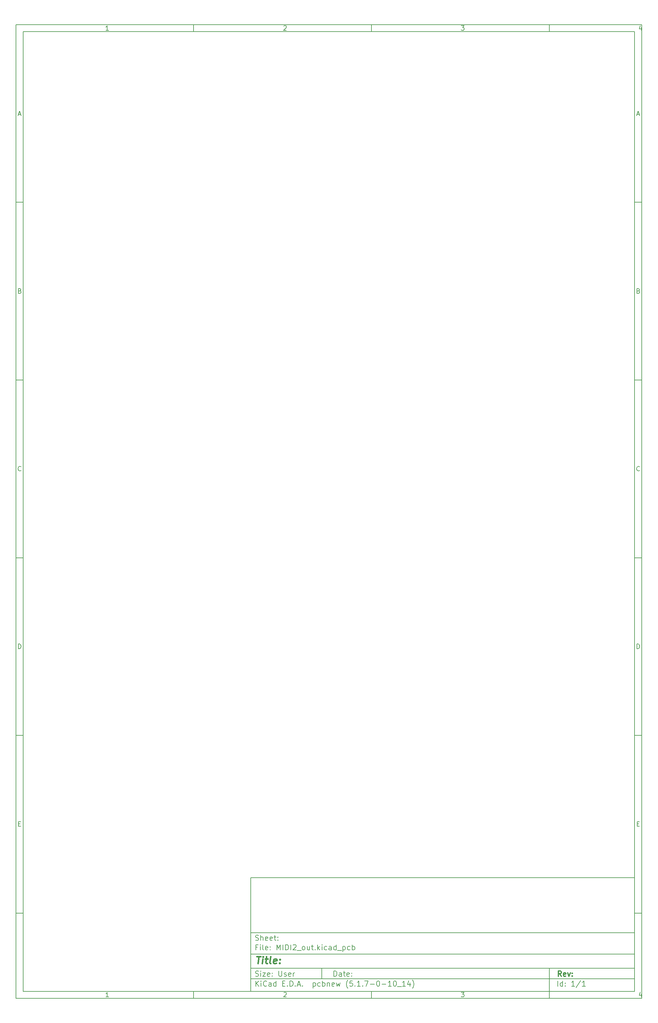
<source format=gbr>
%TF.GenerationSoftware,KiCad,Pcbnew,(5.1.7-0-10_14)*%
%TF.CreationDate,2020-11-07T14:15:53-03:00*%
%TF.ProjectId,MIDI2_out,4d494449-325f-46f7-9574-2e6b69636164,rev?*%
%TF.SameCoordinates,Original*%
%TF.FileFunction,Other,User*%
%FSLAX46Y46*%
G04 Gerber Fmt 4.6, Leading zero omitted, Abs format (unit mm)*
G04 Created by KiCad (PCBNEW (5.1.7-0-10_14)) date 2020-11-07 14:15:53*
%MOMM*%
%LPD*%
G01*
G04 APERTURE LIST*
%ADD10C,0.100000*%
%ADD11C,0.150000*%
%ADD12C,0.300000*%
%ADD13C,0.400000*%
G04 APERTURE END LIST*
D10*
D11*
X76011800Y-250005000D02*
X76011800Y-282005000D01*
X184011800Y-282005000D01*
X184011800Y-250005000D01*
X76011800Y-250005000D01*
D10*
D11*
X10000000Y-10000000D02*
X10000000Y-284005000D01*
X186011800Y-284005000D01*
X186011800Y-10000000D01*
X10000000Y-10000000D01*
D10*
D11*
X12000000Y-12000000D02*
X12000000Y-282005000D01*
X184011800Y-282005000D01*
X184011800Y-12000000D01*
X12000000Y-12000000D01*
D10*
D11*
X60000000Y-12000000D02*
X60000000Y-10000000D01*
D10*
D11*
X110000000Y-12000000D02*
X110000000Y-10000000D01*
D10*
D11*
X160000000Y-12000000D02*
X160000000Y-10000000D01*
D10*
D11*
X36065476Y-11588095D02*
X35322619Y-11588095D01*
X35694047Y-11588095D02*
X35694047Y-10288095D01*
X35570238Y-10473809D01*
X35446428Y-10597619D01*
X35322619Y-10659523D01*
D10*
D11*
X85322619Y-10411904D02*
X85384523Y-10350000D01*
X85508333Y-10288095D01*
X85817857Y-10288095D01*
X85941666Y-10350000D01*
X86003571Y-10411904D01*
X86065476Y-10535714D01*
X86065476Y-10659523D01*
X86003571Y-10845238D01*
X85260714Y-11588095D01*
X86065476Y-11588095D01*
D10*
D11*
X135260714Y-10288095D02*
X136065476Y-10288095D01*
X135632142Y-10783333D01*
X135817857Y-10783333D01*
X135941666Y-10845238D01*
X136003571Y-10907142D01*
X136065476Y-11030952D01*
X136065476Y-11340476D01*
X136003571Y-11464285D01*
X135941666Y-11526190D01*
X135817857Y-11588095D01*
X135446428Y-11588095D01*
X135322619Y-11526190D01*
X135260714Y-11464285D01*
D10*
D11*
X185941666Y-10721428D02*
X185941666Y-11588095D01*
X185632142Y-10226190D02*
X185322619Y-11154761D01*
X186127380Y-11154761D01*
D10*
D11*
X60000000Y-282005000D02*
X60000000Y-284005000D01*
D10*
D11*
X110000000Y-282005000D02*
X110000000Y-284005000D01*
D10*
D11*
X160000000Y-282005000D02*
X160000000Y-284005000D01*
D10*
D11*
X36065476Y-283593095D02*
X35322619Y-283593095D01*
X35694047Y-283593095D02*
X35694047Y-282293095D01*
X35570238Y-282478809D01*
X35446428Y-282602619D01*
X35322619Y-282664523D01*
D10*
D11*
X85322619Y-282416904D02*
X85384523Y-282355000D01*
X85508333Y-282293095D01*
X85817857Y-282293095D01*
X85941666Y-282355000D01*
X86003571Y-282416904D01*
X86065476Y-282540714D01*
X86065476Y-282664523D01*
X86003571Y-282850238D01*
X85260714Y-283593095D01*
X86065476Y-283593095D01*
D10*
D11*
X135260714Y-282293095D02*
X136065476Y-282293095D01*
X135632142Y-282788333D01*
X135817857Y-282788333D01*
X135941666Y-282850238D01*
X136003571Y-282912142D01*
X136065476Y-283035952D01*
X136065476Y-283345476D01*
X136003571Y-283469285D01*
X135941666Y-283531190D01*
X135817857Y-283593095D01*
X135446428Y-283593095D01*
X135322619Y-283531190D01*
X135260714Y-283469285D01*
D10*
D11*
X185941666Y-282726428D02*
X185941666Y-283593095D01*
X185632142Y-282231190D02*
X185322619Y-283159761D01*
X186127380Y-283159761D01*
D10*
D11*
X10000000Y-60000000D02*
X12000000Y-60000000D01*
D10*
D11*
X10000000Y-110000000D02*
X12000000Y-110000000D01*
D10*
D11*
X10000000Y-160000000D02*
X12000000Y-160000000D01*
D10*
D11*
X10000000Y-210000000D02*
X12000000Y-210000000D01*
D10*
D11*
X10000000Y-260000000D02*
X12000000Y-260000000D01*
D10*
D11*
X10690476Y-35216666D02*
X11309523Y-35216666D01*
X10566666Y-35588095D02*
X11000000Y-34288095D01*
X11433333Y-35588095D01*
D10*
D11*
X11092857Y-84907142D02*
X11278571Y-84969047D01*
X11340476Y-85030952D01*
X11402380Y-85154761D01*
X11402380Y-85340476D01*
X11340476Y-85464285D01*
X11278571Y-85526190D01*
X11154761Y-85588095D01*
X10659523Y-85588095D01*
X10659523Y-84288095D01*
X11092857Y-84288095D01*
X11216666Y-84350000D01*
X11278571Y-84411904D01*
X11340476Y-84535714D01*
X11340476Y-84659523D01*
X11278571Y-84783333D01*
X11216666Y-84845238D01*
X11092857Y-84907142D01*
X10659523Y-84907142D01*
D10*
D11*
X11402380Y-135464285D02*
X11340476Y-135526190D01*
X11154761Y-135588095D01*
X11030952Y-135588095D01*
X10845238Y-135526190D01*
X10721428Y-135402380D01*
X10659523Y-135278571D01*
X10597619Y-135030952D01*
X10597619Y-134845238D01*
X10659523Y-134597619D01*
X10721428Y-134473809D01*
X10845238Y-134350000D01*
X11030952Y-134288095D01*
X11154761Y-134288095D01*
X11340476Y-134350000D01*
X11402380Y-134411904D01*
D10*
D11*
X10659523Y-185588095D02*
X10659523Y-184288095D01*
X10969047Y-184288095D01*
X11154761Y-184350000D01*
X11278571Y-184473809D01*
X11340476Y-184597619D01*
X11402380Y-184845238D01*
X11402380Y-185030952D01*
X11340476Y-185278571D01*
X11278571Y-185402380D01*
X11154761Y-185526190D01*
X10969047Y-185588095D01*
X10659523Y-185588095D01*
D10*
D11*
X10721428Y-234907142D02*
X11154761Y-234907142D01*
X11340476Y-235588095D02*
X10721428Y-235588095D01*
X10721428Y-234288095D01*
X11340476Y-234288095D01*
D10*
D11*
X186011800Y-60000000D02*
X184011800Y-60000000D01*
D10*
D11*
X186011800Y-110000000D02*
X184011800Y-110000000D01*
D10*
D11*
X186011800Y-160000000D02*
X184011800Y-160000000D01*
D10*
D11*
X186011800Y-210000000D02*
X184011800Y-210000000D01*
D10*
D11*
X186011800Y-260000000D02*
X184011800Y-260000000D01*
D10*
D11*
X184702276Y-35216666D02*
X185321323Y-35216666D01*
X184578466Y-35588095D02*
X185011800Y-34288095D01*
X185445133Y-35588095D01*
D10*
D11*
X185104657Y-84907142D02*
X185290371Y-84969047D01*
X185352276Y-85030952D01*
X185414180Y-85154761D01*
X185414180Y-85340476D01*
X185352276Y-85464285D01*
X185290371Y-85526190D01*
X185166561Y-85588095D01*
X184671323Y-85588095D01*
X184671323Y-84288095D01*
X185104657Y-84288095D01*
X185228466Y-84350000D01*
X185290371Y-84411904D01*
X185352276Y-84535714D01*
X185352276Y-84659523D01*
X185290371Y-84783333D01*
X185228466Y-84845238D01*
X185104657Y-84907142D01*
X184671323Y-84907142D01*
D10*
D11*
X185414180Y-135464285D02*
X185352276Y-135526190D01*
X185166561Y-135588095D01*
X185042752Y-135588095D01*
X184857038Y-135526190D01*
X184733228Y-135402380D01*
X184671323Y-135278571D01*
X184609419Y-135030952D01*
X184609419Y-134845238D01*
X184671323Y-134597619D01*
X184733228Y-134473809D01*
X184857038Y-134350000D01*
X185042752Y-134288095D01*
X185166561Y-134288095D01*
X185352276Y-134350000D01*
X185414180Y-134411904D01*
D10*
D11*
X184671323Y-185588095D02*
X184671323Y-184288095D01*
X184980847Y-184288095D01*
X185166561Y-184350000D01*
X185290371Y-184473809D01*
X185352276Y-184597619D01*
X185414180Y-184845238D01*
X185414180Y-185030952D01*
X185352276Y-185278571D01*
X185290371Y-185402380D01*
X185166561Y-185526190D01*
X184980847Y-185588095D01*
X184671323Y-185588095D01*
D10*
D11*
X184733228Y-234907142D02*
X185166561Y-234907142D01*
X185352276Y-235588095D02*
X184733228Y-235588095D01*
X184733228Y-234288095D01*
X185352276Y-234288095D01*
D10*
D11*
X99443942Y-277783571D02*
X99443942Y-276283571D01*
X99801085Y-276283571D01*
X100015371Y-276355000D01*
X100158228Y-276497857D01*
X100229657Y-276640714D01*
X100301085Y-276926428D01*
X100301085Y-277140714D01*
X100229657Y-277426428D01*
X100158228Y-277569285D01*
X100015371Y-277712142D01*
X99801085Y-277783571D01*
X99443942Y-277783571D01*
X101586800Y-277783571D02*
X101586800Y-276997857D01*
X101515371Y-276855000D01*
X101372514Y-276783571D01*
X101086800Y-276783571D01*
X100943942Y-276855000D01*
X101586800Y-277712142D02*
X101443942Y-277783571D01*
X101086800Y-277783571D01*
X100943942Y-277712142D01*
X100872514Y-277569285D01*
X100872514Y-277426428D01*
X100943942Y-277283571D01*
X101086800Y-277212142D01*
X101443942Y-277212142D01*
X101586800Y-277140714D01*
X102086800Y-276783571D02*
X102658228Y-276783571D01*
X102301085Y-276283571D02*
X102301085Y-277569285D01*
X102372514Y-277712142D01*
X102515371Y-277783571D01*
X102658228Y-277783571D01*
X103729657Y-277712142D02*
X103586800Y-277783571D01*
X103301085Y-277783571D01*
X103158228Y-277712142D01*
X103086800Y-277569285D01*
X103086800Y-276997857D01*
X103158228Y-276855000D01*
X103301085Y-276783571D01*
X103586800Y-276783571D01*
X103729657Y-276855000D01*
X103801085Y-276997857D01*
X103801085Y-277140714D01*
X103086800Y-277283571D01*
X104443942Y-277640714D02*
X104515371Y-277712142D01*
X104443942Y-277783571D01*
X104372514Y-277712142D01*
X104443942Y-277640714D01*
X104443942Y-277783571D01*
X104443942Y-276855000D02*
X104515371Y-276926428D01*
X104443942Y-276997857D01*
X104372514Y-276926428D01*
X104443942Y-276855000D01*
X104443942Y-276997857D01*
D10*
D11*
X76011800Y-278505000D02*
X184011800Y-278505000D01*
D10*
D11*
X77443942Y-280583571D02*
X77443942Y-279083571D01*
X78301085Y-280583571D02*
X77658228Y-279726428D01*
X78301085Y-279083571D02*
X77443942Y-279940714D01*
X78943942Y-280583571D02*
X78943942Y-279583571D01*
X78943942Y-279083571D02*
X78872514Y-279155000D01*
X78943942Y-279226428D01*
X79015371Y-279155000D01*
X78943942Y-279083571D01*
X78943942Y-279226428D01*
X80515371Y-280440714D02*
X80443942Y-280512142D01*
X80229657Y-280583571D01*
X80086800Y-280583571D01*
X79872514Y-280512142D01*
X79729657Y-280369285D01*
X79658228Y-280226428D01*
X79586800Y-279940714D01*
X79586800Y-279726428D01*
X79658228Y-279440714D01*
X79729657Y-279297857D01*
X79872514Y-279155000D01*
X80086800Y-279083571D01*
X80229657Y-279083571D01*
X80443942Y-279155000D01*
X80515371Y-279226428D01*
X81801085Y-280583571D02*
X81801085Y-279797857D01*
X81729657Y-279655000D01*
X81586800Y-279583571D01*
X81301085Y-279583571D01*
X81158228Y-279655000D01*
X81801085Y-280512142D02*
X81658228Y-280583571D01*
X81301085Y-280583571D01*
X81158228Y-280512142D01*
X81086800Y-280369285D01*
X81086800Y-280226428D01*
X81158228Y-280083571D01*
X81301085Y-280012142D01*
X81658228Y-280012142D01*
X81801085Y-279940714D01*
X83158228Y-280583571D02*
X83158228Y-279083571D01*
X83158228Y-280512142D02*
X83015371Y-280583571D01*
X82729657Y-280583571D01*
X82586800Y-280512142D01*
X82515371Y-280440714D01*
X82443942Y-280297857D01*
X82443942Y-279869285D01*
X82515371Y-279726428D01*
X82586800Y-279655000D01*
X82729657Y-279583571D01*
X83015371Y-279583571D01*
X83158228Y-279655000D01*
X85015371Y-279797857D02*
X85515371Y-279797857D01*
X85729657Y-280583571D02*
X85015371Y-280583571D01*
X85015371Y-279083571D01*
X85729657Y-279083571D01*
X86372514Y-280440714D02*
X86443942Y-280512142D01*
X86372514Y-280583571D01*
X86301085Y-280512142D01*
X86372514Y-280440714D01*
X86372514Y-280583571D01*
X87086800Y-280583571D02*
X87086800Y-279083571D01*
X87443942Y-279083571D01*
X87658228Y-279155000D01*
X87801085Y-279297857D01*
X87872514Y-279440714D01*
X87943942Y-279726428D01*
X87943942Y-279940714D01*
X87872514Y-280226428D01*
X87801085Y-280369285D01*
X87658228Y-280512142D01*
X87443942Y-280583571D01*
X87086800Y-280583571D01*
X88586800Y-280440714D02*
X88658228Y-280512142D01*
X88586800Y-280583571D01*
X88515371Y-280512142D01*
X88586800Y-280440714D01*
X88586800Y-280583571D01*
X89229657Y-280155000D02*
X89943942Y-280155000D01*
X89086800Y-280583571D02*
X89586800Y-279083571D01*
X90086800Y-280583571D01*
X90586800Y-280440714D02*
X90658228Y-280512142D01*
X90586800Y-280583571D01*
X90515371Y-280512142D01*
X90586800Y-280440714D01*
X90586800Y-280583571D01*
X93586800Y-279583571D02*
X93586800Y-281083571D01*
X93586800Y-279655000D02*
X93729657Y-279583571D01*
X94015371Y-279583571D01*
X94158228Y-279655000D01*
X94229657Y-279726428D01*
X94301085Y-279869285D01*
X94301085Y-280297857D01*
X94229657Y-280440714D01*
X94158228Y-280512142D01*
X94015371Y-280583571D01*
X93729657Y-280583571D01*
X93586800Y-280512142D01*
X95586800Y-280512142D02*
X95443942Y-280583571D01*
X95158228Y-280583571D01*
X95015371Y-280512142D01*
X94943942Y-280440714D01*
X94872514Y-280297857D01*
X94872514Y-279869285D01*
X94943942Y-279726428D01*
X95015371Y-279655000D01*
X95158228Y-279583571D01*
X95443942Y-279583571D01*
X95586800Y-279655000D01*
X96229657Y-280583571D02*
X96229657Y-279083571D01*
X96229657Y-279655000D02*
X96372514Y-279583571D01*
X96658228Y-279583571D01*
X96801085Y-279655000D01*
X96872514Y-279726428D01*
X96943942Y-279869285D01*
X96943942Y-280297857D01*
X96872514Y-280440714D01*
X96801085Y-280512142D01*
X96658228Y-280583571D01*
X96372514Y-280583571D01*
X96229657Y-280512142D01*
X97586800Y-279583571D02*
X97586800Y-280583571D01*
X97586800Y-279726428D02*
X97658228Y-279655000D01*
X97801085Y-279583571D01*
X98015371Y-279583571D01*
X98158228Y-279655000D01*
X98229657Y-279797857D01*
X98229657Y-280583571D01*
X99515371Y-280512142D02*
X99372514Y-280583571D01*
X99086800Y-280583571D01*
X98943942Y-280512142D01*
X98872514Y-280369285D01*
X98872514Y-279797857D01*
X98943942Y-279655000D01*
X99086800Y-279583571D01*
X99372514Y-279583571D01*
X99515371Y-279655000D01*
X99586800Y-279797857D01*
X99586800Y-279940714D01*
X98872514Y-280083571D01*
X100086800Y-279583571D02*
X100372514Y-280583571D01*
X100658228Y-279869285D01*
X100943942Y-280583571D01*
X101229657Y-279583571D01*
X103372514Y-281155000D02*
X103301085Y-281083571D01*
X103158228Y-280869285D01*
X103086800Y-280726428D01*
X103015371Y-280512142D01*
X102943942Y-280155000D01*
X102943942Y-279869285D01*
X103015371Y-279512142D01*
X103086800Y-279297857D01*
X103158228Y-279155000D01*
X103301085Y-278940714D01*
X103372514Y-278869285D01*
X104658228Y-279083571D02*
X103943942Y-279083571D01*
X103872514Y-279797857D01*
X103943942Y-279726428D01*
X104086800Y-279655000D01*
X104443942Y-279655000D01*
X104586800Y-279726428D01*
X104658228Y-279797857D01*
X104729657Y-279940714D01*
X104729657Y-280297857D01*
X104658228Y-280440714D01*
X104586800Y-280512142D01*
X104443942Y-280583571D01*
X104086800Y-280583571D01*
X103943942Y-280512142D01*
X103872514Y-280440714D01*
X105372514Y-280440714D02*
X105443942Y-280512142D01*
X105372514Y-280583571D01*
X105301085Y-280512142D01*
X105372514Y-280440714D01*
X105372514Y-280583571D01*
X106872514Y-280583571D02*
X106015371Y-280583571D01*
X106443942Y-280583571D02*
X106443942Y-279083571D01*
X106301085Y-279297857D01*
X106158228Y-279440714D01*
X106015371Y-279512142D01*
X107515371Y-280440714D02*
X107586800Y-280512142D01*
X107515371Y-280583571D01*
X107443942Y-280512142D01*
X107515371Y-280440714D01*
X107515371Y-280583571D01*
X108086800Y-279083571D02*
X109086800Y-279083571D01*
X108443942Y-280583571D01*
X109658228Y-280012142D02*
X110801085Y-280012142D01*
X111801085Y-279083571D02*
X111943942Y-279083571D01*
X112086800Y-279155000D01*
X112158228Y-279226428D01*
X112229657Y-279369285D01*
X112301085Y-279655000D01*
X112301085Y-280012142D01*
X112229657Y-280297857D01*
X112158228Y-280440714D01*
X112086800Y-280512142D01*
X111943942Y-280583571D01*
X111801085Y-280583571D01*
X111658228Y-280512142D01*
X111586800Y-280440714D01*
X111515371Y-280297857D01*
X111443942Y-280012142D01*
X111443942Y-279655000D01*
X111515371Y-279369285D01*
X111586800Y-279226428D01*
X111658228Y-279155000D01*
X111801085Y-279083571D01*
X112943942Y-280012142D02*
X114086800Y-280012142D01*
X115586800Y-280583571D02*
X114729657Y-280583571D01*
X115158228Y-280583571D02*
X115158228Y-279083571D01*
X115015371Y-279297857D01*
X114872514Y-279440714D01*
X114729657Y-279512142D01*
X116515371Y-279083571D02*
X116658228Y-279083571D01*
X116801085Y-279155000D01*
X116872514Y-279226428D01*
X116943942Y-279369285D01*
X117015371Y-279655000D01*
X117015371Y-280012142D01*
X116943942Y-280297857D01*
X116872514Y-280440714D01*
X116801085Y-280512142D01*
X116658228Y-280583571D01*
X116515371Y-280583571D01*
X116372514Y-280512142D01*
X116301085Y-280440714D01*
X116229657Y-280297857D01*
X116158228Y-280012142D01*
X116158228Y-279655000D01*
X116229657Y-279369285D01*
X116301085Y-279226428D01*
X116372514Y-279155000D01*
X116515371Y-279083571D01*
X117301085Y-280726428D02*
X118443942Y-280726428D01*
X119586800Y-280583571D02*
X118729657Y-280583571D01*
X119158228Y-280583571D02*
X119158228Y-279083571D01*
X119015371Y-279297857D01*
X118872514Y-279440714D01*
X118729657Y-279512142D01*
X120872514Y-279583571D02*
X120872514Y-280583571D01*
X120515371Y-279012142D02*
X120158228Y-280083571D01*
X121086800Y-280083571D01*
X121515371Y-281155000D02*
X121586799Y-281083571D01*
X121729657Y-280869285D01*
X121801085Y-280726428D01*
X121872514Y-280512142D01*
X121943942Y-280155000D01*
X121943942Y-279869285D01*
X121872514Y-279512142D01*
X121801085Y-279297857D01*
X121729657Y-279155000D01*
X121586799Y-278940714D01*
X121515371Y-278869285D01*
D10*
D11*
X76011800Y-275505000D02*
X184011800Y-275505000D01*
D10*
D12*
X163421085Y-277783571D02*
X162921085Y-277069285D01*
X162563942Y-277783571D02*
X162563942Y-276283571D01*
X163135371Y-276283571D01*
X163278228Y-276355000D01*
X163349657Y-276426428D01*
X163421085Y-276569285D01*
X163421085Y-276783571D01*
X163349657Y-276926428D01*
X163278228Y-276997857D01*
X163135371Y-277069285D01*
X162563942Y-277069285D01*
X164635371Y-277712142D02*
X164492514Y-277783571D01*
X164206800Y-277783571D01*
X164063942Y-277712142D01*
X163992514Y-277569285D01*
X163992514Y-276997857D01*
X164063942Y-276855000D01*
X164206800Y-276783571D01*
X164492514Y-276783571D01*
X164635371Y-276855000D01*
X164706800Y-276997857D01*
X164706800Y-277140714D01*
X163992514Y-277283571D01*
X165206800Y-276783571D02*
X165563942Y-277783571D01*
X165921085Y-276783571D01*
X166492514Y-277640714D02*
X166563942Y-277712142D01*
X166492514Y-277783571D01*
X166421085Y-277712142D01*
X166492514Y-277640714D01*
X166492514Y-277783571D01*
X166492514Y-276855000D02*
X166563942Y-276926428D01*
X166492514Y-276997857D01*
X166421085Y-276926428D01*
X166492514Y-276855000D01*
X166492514Y-276997857D01*
D10*
D11*
X77372514Y-277712142D02*
X77586800Y-277783571D01*
X77943942Y-277783571D01*
X78086800Y-277712142D01*
X78158228Y-277640714D01*
X78229657Y-277497857D01*
X78229657Y-277355000D01*
X78158228Y-277212142D01*
X78086800Y-277140714D01*
X77943942Y-277069285D01*
X77658228Y-276997857D01*
X77515371Y-276926428D01*
X77443942Y-276855000D01*
X77372514Y-276712142D01*
X77372514Y-276569285D01*
X77443942Y-276426428D01*
X77515371Y-276355000D01*
X77658228Y-276283571D01*
X78015371Y-276283571D01*
X78229657Y-276355000D01*
X78872514Y-277783571D02*
X78872514Y-276783571D01*
X78872514Y-276283571D02*
X78801085Y-276355000D01*
X78872514Y-276426428D01*
X78943942Y-276355000D01*
X78872514Y-276283571D01*
X78872514Y-276426428D01*
X79443942Y-276783571D02*
X80229657Y-276783571D01*
X79443942Y-277783571D01*
X80229657Y-277783571D01*
X81372514Y-277712142D02*
X81229657Y-277783571D01*
X80943942Y-277783571D01*
X80801085Y-277712142D01*
X80729657Y-277569285D01*
X80729657Y-276997857D01*
X80801085Y-276855000D01*
X80943942Y-276783571D01*
X81229657Y-276783571D01*
X81372514Y-276855000D01*
X81443942Y-276997857D01*
X81443942Y-277140714D01*
X80729657Y-277283571D01*
X82086800Y-277640714D02*
X82158228Y-277712142D01*
X82086800Y-277783571D01*
X82015371Y-277712142D01*
X82086800Y-277640714D01*
X82086800Y-277783571D01*
X82086800Y-276855000D02*
X82158228Y-276926428D01*
X82086800Y-276997857D01*
X82015371Y-276926428D01*
X82086800Y-276855000D01*
X82086800Y-276997857D01*
X83943942Y-276283571D02*
X83943942Y-277497857D01*
X84015371Y-277640714D01*
X84086800Y-277712142D01*
X84229657Y-277783571D01*
X84515371Y-277783571D01*
X84658228Y-277712142D01*
X84729657Y-277640714D01*
X84801085Y-277497857D01*
X84801085Y-276283571D01*
X85443942Y-277712142D02*
X85586800Y-277783571D01*
X85872514Y-277783571D01*
X86015371Y-277712142D01*
X86086800Y-277569285D01*
X86086800Y-277497857D01*
X86015371Y-277355000D01*
X85872514Y-277283571D01*
X85658228Y-277283571D01*
X85515371Y-277212142D01*
X85443942Y-277069285D01*
X85443942Y-276997857D01*
X85515371Y-276855000D01*
X85658228Y-276783571D01*
X85872514Y-276783571D01*
X86015371Y-276855000D01*
X87301085Y-277712142D02*
X87158228Y-277783571D01*
X86872514Y-277783571D01*
X86729657Y-277712142D01*
X86658228Y-277569285D01*
X86658228Y-276997857D01*
X86729657Y-276855000D01*
X86872514Y-276783571D01*
X87158228Y-276783571D01*
X87301085Y-276855000D01*
X87372514Y-276997857D01*
X87372514Y-277140714D01*
X86658228Y-277283571D01*
X88015371Y-277783571D02*
X88015371Y-276783571D01*
X88015371Y-277069285D02*
X88086800Y-276926428D01*
X88158228Y-276855000D01*
X88301085Y-276783571D01*
X88443942Y-276783571D01*
D10*
D11*
X162443942Y-280583571D02*
X162443942Y-279083571D01*
X163801085Y-280583571D02*
X163801085Y-279083571D01*
X163801085Y-280512142D02*
X163658228Y-280583571D01*
X163372514Y-280583571D01*
X163229657Y-280512142D01*
X163158228Y-280440714D01*
X163086800Y-280297857D01*
X163086800Y-279869285D01*
X163158228Y-279726428D01*
X163229657Y-279655000D01*
X163372514Y-279583571D01*
X163658228Y-279583571D01*
X163801085Y-279655000D01*
X164515371Y-280440714D02*
X164586800Y-280512142D01*
X164515371Y-280583571D01*
X164443942Y-280512142D01*
X164515371Y-280440714D01*
X164515371Y-280583571D01*
X164515371Y-279655000D02*
X164586800Y-279726428D01*
X164515371Y-279797857D01*
X164443942Y-279726428D01*
X164515371Y-279655000D01*
X164515371Y-279797857D01*
X167158228Y-280583571D02*
X166301085Y-280583571D01*
X166729657Y-280583571D02*
X166729657Y-279083571D01*
X166586800Y-279297857D01*
X166443942Y-279440714D01*
X166301085Y-279512142D01*
X168872514Y-279012142D02*
X167586800Y-280940714D01*
X170158228Y-280583571D02*
X169301085Y-280583571D01*
X169729657Y-280583571D02*
X169729657Y-279083571D01*
X169586800Y-279297857D01*
X169443942Y-279440714D01*
X169301085Y-279512142D01*
D10*
D11*
X76011800Y-271505000D02*
X184011800Y-271505000D01*
D10*
D13*
X77724180Y-272209761D02*
X78867038Y-272209761D01*
X78045609Y-274209761D02*
X78295609Y-272209761D01*
X79283704Y-274209761D02*
X79450371Y-272876428D01*
X79533704Y-272209761D02*
X79426561Y-272305000D01*
X79509895Y-272400238D01*
X79617038Y-272305000D01*
X79533704Y-272209761D01*
X79509895Y-272400238D01*
X80117038Y-272876428D02*
X80878942Y-272876428D01*
X80486085Y-272209761D02*
X80271800Y-273924047D01*
X80343228Y-274114523D01*
X80521800Y-274209761D01*
X80712276Y-274209761D01*
X81664657Y-274209761D02*
X81486085Y-274114523D01*
X81414657Y-273924047D01*
X81628942Y-272209761D01*
X83200371Y-274114523D02*
X82997990Y-274209761D01*
X82617038Y-274209761D01*
X82438466Y-274114523D01*
X82367038Y-273924047D01*
X82462276Y-273162142D01*
X82581323Y-272971666D01*
X82783704Y-272876428D01*
X83164657Y-272876428D01*
X83343228Y-272971666D01*
X83414657Y-273162142D01*
X83390847Y-273352619D01*
X82414657Y-273543095D01*
X84164657Y-274019285D02*
X84247990Y-274114523D01*
X84140847Y-274209761D01*
X84057514Y-274114523D01*
X84164657Y-274019285D01*
X84140847Y-274209761D01*
X84295609Y-272971666D02*
X84378942Y-273066904D01*
X84271800Y-273162142D01*
X84188466Y-273066904D01*
X84295609Y-272971666D01*
X84271800Y-273162142D01*
D10*
D11*
X77943942Y-269597857D02*
X77443942Y-269597857D01*
X77443942Y-270383571D02*
X77443942Y-268883571D01*
X78158228Y-268883571D01*
X78729657Y-270383571D02*
X78729657Y-269383571D01*
X78729657Y-268883571D02*
X78658228Y-268955000D01*
X78729657Y-269026428D01*
X78801085Y-268955000D01*
X78729657Y-268883571D01*
X78729657Y-269026428D01*
X79658228Y-270383571D02*
X79515371Y-270312142D01*
X79443942Y-270169285D01*
X79443942Y-268883571D01*
X80801085Y-270312142D02*
X80658228Y-270383571D01*
X80372514Y-270383571D01*
X80229657Y-270312142D01*
X80158228Y-270169285D01*
X80158228Y-269597857D01*
X80229657Y-269455000D01*
X80372514Y-269383571D01*
X80658228Y-269383571D01*
X80801085Y-269455000D01*
X80872514Y-269597857D01*
X80872514Y-269740714D01*
X80158228Y-269883571D01*
X81515371Y-270240714D02*
X81586800Y-270312142D01*
X81515371Y-270383571D01*
X81443942Y-270312142D01*
X81515371Y-270240714D01*
X81515371Y-270383571D01*
X81515371Y-269455000D02*
X81586800Y-269526428D01*
X81515371Y-269597857D01*
X81443942Y-269526428D01*
X81515371Y-269455000D01*
X81515371Y-269597857D01*
X83372514Y-270383571D02*
X83372514Y-268883571D01*
X83872514Y-269955000D01*
X84372514Y-268883571D01*
X84372514Y-270383571D01*
X85086800Y-270383571D02*
X85086800Y-268883571D01*
X85801085Y-270383571D02*
X85801085Y-268883571D01*
X86158228Y-268883571D01*
X86372514Y-268955000D01*
X86515371Y-269097857D01*
X86586800Y-269240714D01*
X86658228Y-269526428D01*
X86658228Y-269740714D01*
X86586800Y-270026428D01*
X86515371Y-270169285D01*
X86372514Y-270312142D01*
X86158228Y-270383571D01*
X85801085Y-270383571D01*
X87301085Y-270383571D02*
X87301085Y-268883571D01*
X87943942Y-269026428D02*
X88015371Y-268955000D01*
X88158228Y-268883571D01*
X88515371Y-268883571D01*
X88658228Y-268955000D01*
X88729657Y-269026428D01*
X88801085Y-269169285D01*
X88801085Y-269312142D01*
X88729657Y-269526428D01*
X87872514Y-270383571D01*
X88801085Y-270383571D01*
X89086800Y-270526428D02*
X90229657Y-270526428D01*
X90801085Y-270383571D02*
X90658228Y-270312142D01*
X90586800Y-270240714D01*
X90515371Y-270097857D01*
X90515371Y-269669285D01*
X90586800Y-269526428D01*
X90658228Y-269455000D01*
X90801085Y-269383571D01*
X91015371Y-269383571D01*
X91158228Y-269455000D01*
X91229657Y-269526428D01*
X91301085Y-269669285D01*
X91301085Y-270097857D01*
X91229657Y-270240714D01*
X91158228Y-270312142D01*
X91015371Y-270383571D01*
X90801085Y-270383571D01*
X92586800Y-269383571D02*
X92586800Y-270383571D01*
X91943942Y-269383571D02*
X91943942Y-270169285D01*
X92015371Y-270312142D01*
X92158228Y-270383571D01*
X92372514Y-270383571D01*
X92515371Y-270312142D01*
X92586800Y-270240714D01*
X93086800Y-269383571D02*
X93658228Y-269383571D01*
X93301085Y-268883571D02*
X93301085Y-270169285D01*
X93372514Y-270312142D01*
X93515371Y-270383571D01*
X93658228Y-270383571D01*
X94158228Y-270240714D02*
X94229657Y-270312142D01*
X94158228Y-270383571D01*
X94086800Y-270312142D01*
X94158228Y-270240714D01*
X94158228Y-270383571D01*
X94872514Y-270383571D02*
X94872514Y-268883571D01*
X95015371Y-269812142D02*
X95443942Y-270383571D01*
X95443942Y-269383571D02*
X94872514Y-269955000D01*
X96086800Y-270383571D02*
X96086800Y-269383571D01*
X96086800Y-268883571D02*
X96015371Y-268955000D01*
X96086800Y-269026428D01*
X96158228Y-268955000D01*
X96086800Y-268883571D01*
X96086800Y-269026428D01*
X97443942Y-270312142D02*
X97301085Y-270383571D01*
X97015371Y-270383571D01*
X96872514Y-270312142D01*
X96801085Y-270240714D01*
X96729657Y-270097857D01*
X96729657Y-269669285D01*
X96801085Y-269526428D01*
X96872514Y-269455000D01*
X97015371Y-269383571D01*
X97301085Y-269383571D01*
X97443942Y-269455000D01*
X98729657Y-270383571D02*
X98729657Y-269597857D01*
X98658228Y-269455000D01*
X98515371Y-269383571D01*
X98229657Y-269383571D01*
X98086800Y-269455000D01*
X98729657Y-270312142D02*
X98586800Y-270383571D01*
X98229657Y-270383571D01*
X98086800Y-270312142D01*
X98015371Y-270169285D01*
X98015371Y-270026428D01*
X98086800Y-269883571D01*
X98229657Y-269812142D01*
X98586800Y-269812142D01*
X98729657Y-269740714D01*
X100086800Y-270383571D02*
X100086800Y-268883571D01*
X100086800Y-270312142D02*
X99943942Y-270383571D01*
X99658228Y-270383571D01*
X99515371Y-270312142D01*
X99443942Y-270240714D01*
X99372514Y-270097857D01*
X99372514Y-269669285D01*
X99443942Y-269526428D01*
X99515371Y-269455000D01*
X99658228Y-269383571D01*
X99943942Y-269383571D01*
X100086800Y-269455000D01*
X100443942Y-270526428D02*
X101586800Y-270526428D01*
X101943942Y-269383571D02*
X101943942Y-270883571D01*
X101943942Y-269455000D02*
X102086800Y-269383571D01*
X102372514Y-269383571D01*
X102515371Y-269455000D01*
X102586800Y-269526428D01*
X102658228Y-269669285D01*
X102658228Y-270097857D01*
X102586800Y-270240714D01*
X102515371Y-270312142D01*
X102372514Y-270383571D01*
X102086800Y-270383571D01*
X101943942Y-270312142D01*
X103943942Y-270312142D02*
X103801085Y-270383571D01*
X103515371Y-270383571D01*
X103372514Y-270312142D01*
X103301085Y-270240714D01*
X103229657Y-270097857D01*
X103229657Y-269669285D01*
X103301085Y-269526428D01*
X103372514Y-269455000D01*
X103515371Y-269383571D01*
X103801085Y-269383571D01*
X103943942Y-269455000D01*
X104586800Y-270383571D02*
X104586800Y-268883571D01*
X104586800Y-269455000D02*
X104729657Y-269383571D01*
X105015371Y-269383571D01*
X105158228Y-269455000D01*
X105229657Y-269526428D01*
X105301085Y-269669285D01*
X105301085Y-270097857D01*
X105229657Y-270240714D01*
X105158228Y-270312142D01*
X105015371Y-270383571D01*
X104729657Y-270383571D01*
X104586800Y-270312142D01*
D10*
D11*
X76011800Y-265505000D02*
X184011800Y-265505000D01*
D10*
D11*
X77372514Y-267612142D02*
X77586800Y-267683571D01*
X77943942Y-267683571D01*
X78086800Y-267612142D01*
X78158228Y-267540714D01*
X78229657Y-267397857D01*
X78229657Y-267255000D01*
X78158228Y-267112142D01*
X78086800Y-267040714D01*
X77943942Y-266969285D01*
X77658228Y-266897857D01*
X77515371Y-266826428D01*
X77443942Y-266755000D01*
X77372514Y-266612142D01*
X77372514Y-266469285D01*
X77443942Y-266326428D01*
X77515371Y-266255000D01*
X77658228Y-266183571D01*
X78015371Y-266183571D01*
X78229657Y-266255000D01*
X78872514Y-267683571D02*
X78872514Y-266183571D01*
X79515371Y-267683571D02*
X79515371Y-266897857D01*
X79443942Y-266755000D01*
X79301085Y-266683571D01*
X79086800Y-266683571D01*
X78943942Y-266755000D01*
X78872514Y-266826428D01*
X80801085Y-267612142D02*
X80658228Y-267683571D01*
X80372514Y-267683571D01*
X80229657Y-267612142D01*
X80158228Y-267469285D01*
X80158228Y-266897857D01*
X80229657Y-266755000D01*
X80372514Y-266683571D01*
X80658228Y-266683571D01*
X80801085Y-266755000D01*
X80872514Y-266897857D01*
X80872514Y-267040714D01*
X80158228Y-267183571D01*
X82086800Y-267612142D02*
X81943942Y-267683571D01*
X81658228Y-267683571D01*
X81515371Y-267612142D01*
X81443942Y-267469285D01*
X81443942Y-266897857D01*
X81515371Y-266755000D01*
X81658228Y-266683571D01*
X81943942Y-266683571D01*
X82086800Y-266755000D01*
X82158228Y-266897857D01*
X82158228Y-267040714D01*
X81443942Y-267183571D01*
X82586800Y-266683571D02*
X83158228Y-266683571D01*
X82801085Y-266183571D02*
X82801085Y-267469285D01*
X82872514Y-267612142D01*
X83015371Y-267683571D01*
X83158228Y-267683571D01*
X83658228Y-267540714D02*
X83729657Y-267612142D01*
X83658228Y-267683571D01*
X83586800Y-267612142D01*
X83658228Y-267540714D01*
X83658228Y-267683571D01*
X83658228Y-266755000D02*
X83729657Y-266826428D01*
X83658228Y-266897857D01*
X83586800Y-266826428D01*
X83658228Y-266755000D01*
X83658228Y-266897857D01*
D10*
D11*
X96011800Y-275505000D02*
X96011800Y-278505000D01*
D10*
D11*
X160011800Y-275505000D02*
X160011800Y-282005000D01*
M02*

</source>
